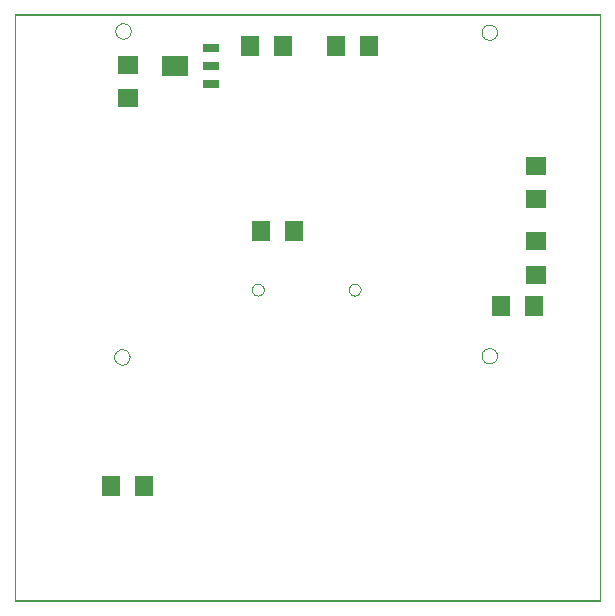
<source format=gbp>
G75*
G70*
%OFA0B0*%
%FSLAX24Y24*%
%IPPOS*%
%LPD*%
%AMOC8*
5,1,8,0,0,1.08239X$1,22.5*
%
%ADD10C,0.0000*%
%ADD11R,0.0630X0.0709*%
%ADD12R,0.0710X0.0630*%
%ADD13R,0.0709X0.0630*%
%ADD14R,0.0630X0.0710*%
%ADD15R,0.0551X0.0315*%
%ADD16R,0.0866X0.0709*%
D10*
X000736Y000100D02*
X000736Y019663D01*
X020252Y019663D01*
X020252Y000100D01*
X000736Y000100D01*
X000750Y000128D02*
X000750Y019628D01*
X020250Y019628D01*
X020250Y000128D01*
X000750Y000128D01*
X004056Y008245D02*
X004058Y008276D01*
X004064Y008307D01*
X004073Y008337D01*
X004086Y008366D01*
X004103Y008393D01*
X004123Y008417D01*
X004145Y008439D01*
X004171Y008458D01*
X004198Y008474D01*
X004227Y008486D01*
X004257Y008495D01*
X004288Y008500D01*
X004320Y008501D01*
X004351Y008498D01*
X004382Y008491D01*
X004412Y008481D01*
X004440Y008467D01*
X004466Y008449D01*
X004490Y008429D01*
X004511Y008405D01*
X004530Y008380D01*
X004545Y008352D01*
X004556Y008323D01*
X004564Y008292D01*
X004568Y008261D01*
X004568Y008229D01*
X004564Y008198D01*
X004556Y008167D01*
X004545Y008138D01*
X004530Y008110D01*
X004511Y008085D01*
X004490Y008061D01*
X004466Y008041D01*
X004440Y008023D01*
X004412Y008009D01*
X004382Y007999D01*
X004351Y007992D01*
X004320Y007989D01*
X004288Y007990D01*
X004257Y007995D01*
X004227Y008004D01*
X004198Y008016D01*
X004171Y008032D01*
X004145Y008051D01*
X004123Y008073D01*
X004103Y008097D01*
X004086Y008124D01*
X004073Y008153D01*
X004064Y008183D01*
X004058Y008214D01*
X004056Y008245D01*
X008643Y010489D02*
X008645Y010516D01*
X008651Y010543D01*
X008660Y010569D01*
X008673Y010593D01*
X008689Y010616D01*
X008708Y010635D01*
X008730Y010652D01*
X008754Y010666D01*
X008779Y010676D01*
X008806Y010683D01*
X008833Y010686D01*
X008861Y010685D01*
X008888Y010680D01*
X008914Y010672D01*
X008938Y010660D01*
X008961Y010644D01*
X008982Y010626D01*
X008999Y010605D01*
X009014Y010581D01*
X009025Y010556D01*
X009033Y010530D01*
X009037Y010503D01*
X009037Y010475D01*
X009033Y010448D01*
X009025Y010422D01*
X009014Y010397D01*
X008999Y010373D01*
X008982Y010352D01*
X008961Y010334D01*
X008939Y010318D01*
X008914Y010306D01*
X008888Y010298D01*
X008861Y010293D01*
X008833Y010292D01*
X008806Y010295D01*
X008779Y010302D01*
X008754Y010312D01*
X008730Y010326D01*
X008708Y010343D01*
X008689Y010362D01*
X008673Y010385D01*
X008660Y010409D01*
X008651Y010435D01*
X008645Y010462D01*
X008643Y010489D01*
X011871Y010489D02*
X011873Y010516D01*
X011879Y010543D01*
X011888Y010569D01*
X011901Y010593D01*
X011917Y010616D01*
X011936Y010635D01*
X011958Y010652D01*
X011982Y010666D01*
X012007Y010676D01*
X012034Y010683D01*
X012061Y010686D01*
X012089Y010685D01*
X012116Y010680D01*
X012142Y010672D01*
X012166Y010660D01*
X012189Y010644D01*
X012210Y010626D01*
X012227Y010605D01*
X012242Y010581D01*
X012253Y010556D01*
X012261Y010530D01*
X012265Y010503D01*
X012265Y010475D01*
X012261Y010448D01*
X012253Y010422D01*
X012242Y010397D01*
X012227Y010373D01*
X012210Y010352D01*
X012189Y010334D01*
X012167Y010318D01*
X012142Y010306D01*
X012116Y010298D01*
X012089Y010293D01*
X012061Y010292D01*
X012034Y010295D01*
X012007Y010302D01*
X011982Y010312D01*
X011958Y010326D01*
X011936Y010343D01*
X011917Y010362D01*
X011901Y010385D01*
X011888Y010409D01*
X011879Y010435D01*
X011873Y010462D01*
X011871Y010489D01*
X016300Y008284D02*
X016302Y008315D01*
X016308Y008346D01*
X016317Y008376D01*
X016330Y008405D01*
X016347Y008432D01*
X016367Y008456D01*
X016389Y008478D01*
X016415Y008497D01*
X016442Y008513D01*
X016471Y008525D01*
X016501Y008534D01*
X016532Y008539D01*
X016564Y008540D01*
X016595Y008537D01*
X016626Y008530D01*
X016656Y008520D01*
X016684Y008506D01*
X016710Y008488D01*
X016734Y008468D01*
X016755Y008444D01*
X016774Y008419D01*
X016789Y008391D01*
X016800Y008362D01*
X016808Y008331D01*
X016812Y008300D01*
X016812Y008268D01*
X016808Y008237D01*
X016800Y008206D01*
X016789Y008177D01*
X016774Y008149D01*
X016755Y008124D01*
X016734Y008100D01*
X016710Y008080D01*
X016684Y008062D01*
X016656Y008048D01*
X016626Y008038D01*
X016595Y008031D01*
X016564Y008028D01*
X016532Y008029D01*
X016501Y008034D01*
X016471Y008043D01*
X016442Y008055D01*
X016415Y008071D01*
X016389Y008090D01*
X016367Y008112D01*
X016347Y008136D01*
X016330Y008163D01*
X016317Y008192D01*
X016308Y008222D01*
X016302Y008253D01*
X016300Y008284D01*
X016300Y019071D02*
X016302Y019102D01*
X016308Y019133D01*
X016317Y019163D01*
X016330Y019192D01*
X016347Y019219D01*
X016367Y019243D01*
X016389Y019265D01*
X016415Y019284D01*
X016442Y019300D01*
X016471Y019312D01*
X016501Y019321D01*
X016532Y019326D01*
X016564Y019327D01*
X016595Y019324D01*
X016626Y019317D01*
X016656Y019307D01*
X016684Y019293D01*
X016710Y019275D01*
X016734Y019255D01*
X016755Y019231D01*
X016774Y019206D01*
X016789Y019178D01*
X016800Y019149D01*
X016808Y019118D01*
X016812Y019087D01*
X016812Y019055D01*
X016808Y019024D01*
X016800Y018993D01*
X016789Y018964D01*
X016774Y018936D01*
X016755Y018911D01*
X016734Y018887D01*
X016710Y018867D01*
X016684Y018849D01*
X016656Y018835D01*
X016626Y018825D01*
X016595Y018818D01*
X016564Y018815D01*
X016532Y018816D01*
X016501Y018821D01*
X016471Y018830D01*
X016442Y018842D01*
X016415Y018858D01*
X016389Y018877D01*
X016367Y018899D01*
X016347Y018923D01*
X016330Y018950D01*
X016317Y018979D01*
X016308Y019009D01*
X016302Y019040D01*
X016300Y019071D01*
X004095Y019111D02*
X004097Y019142D01*
X004103Y019173D01*
X004112Y019203D01*
X004125Y019232D01*
X004142Y019259D01*
X004162Y019283D01*
X004184Y019305D01*
X004210Y019324D01*
X004237Y019340D01*
X004266Y019352D01*
X004296Y019361D01*
X004327Y019366D01*
X004359Y019367D01*
X004390Y019364D01*
X004421Y019357D01*
X004451Y019347D01*
X004479Y019333D01*
X004505Y019315D01*
X004529Y019295D01*
X004550Y019271D01*
X004569Y019246D01*
X004584Y019218D01*
X004595Y019189D01*
X004603Y019158D01*
X004607Y019127D01*
X004607Y019095D01*
X004603Y019064D01*
X004595Y019033D01*
X004584Y019004D01*
X004569Y018976D01*
X004550Y018951D01*
X004529Y018927D01*
X004505Y018907D01*
X004479Y018889D01*
X004451Y018875D01*
X004421Y018865D01*
X004390Y018858D01*
X004359Y018855D01*
X004327Y018856D01*
X004296Y018861D01*
X004266Y018870D01*
X004237Y018882D01*
X004210Y018898D01*
X004184Y018917D01*
X004162Y018939D01*
X004142Y018963D01*
X004125Y018990D01*
X004112Y019019D01*
X004103Y019049D01*
X004097Y019080D01*
X004095Y019111D01*
D11*
X008571Y018612D03*
X009673Y018612D03*
X011438Y018614D03*
X012540Y018614D03*
X010051Y012443D03*
X008949Y012443D03*
X005051Y003943D03*
X003949Y003943D03*
D12*
X018112Y010981D03*
X018112Y012101D03*
D13*
X018121Y013502D03*
X018121Y014604D03*
X004500Y016891D03*
X004500Y017994D03*
D14*
X016940Y009943D03*
X018060Y009943D03*
D15*
X007280Y017352D03*
X007280Y017943D03*
X007280Y018533D03*
D16*
X006067Y017943D03*
M02*

</source>
